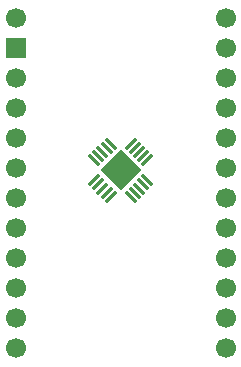
<source format=gts>
G04 #@! TF.GenerationSoftware,KiCad,Pcbnew,9.0.6*
G04 #@! TF.CreationDate,2026-01-02T14:07:14-06:00*
G04 #@! TF.ProjectId,QFN-20_4x4,51464e2d-3230-45f3-9478-342e6b696361,rev?*
G04 #@! TF.SameCoordinates,Original*
G04 #@! TF.FileFunction,Soldermask,Top*
G04 #@! TF.FilePolarity,Negative*
%FSLAX46Y46*%
G04 Gerber Fmt 4.6, Leading zero omitted, Abs format (unit mm)*
G04 Created by KiCad (PCBNEW 9.0.6) date 2026-01-02 14:07:14*
%MOMM*%
%LPD*%
G01*
G04 APERTURE LIST*
G04 Aperture macros list*
%AMRoundRect*
0 Rectangle with rounded corners*
0 $1 Rounding radius*
0 $2 $3 $4 $5 $6 $7 $8 $9 X,Y pos of 4 corners*
0 Add a 4 corners polygon primitive as box body*
4,1,4,$2,$3,$4,$5,$6,$7,$8,$9,$2,$3,0*
0 Add four circle primitives for the rounded corners*
1,1,$1+$1,$2,$3*
1,1,$1+$1,$4,$5*
1,1,$1+$1,$6,$7*
1,1,$1+$1,$8,$9*
0 Add four rect primitives between the rounded corners*
20,1,$1+$1,$2,$3,$4,$5,0*
20,1,$1+$1,$4,$5,$6,$7,0*
20,1,$1+$1,$6,$7,$8,$9,0*
20,1,$1+$1,$8,$9,$2,$3,0*%
%AMRotRect*
0 Rectangle, with rotation*
0 The origin of the aperture is its center*
0 $1 length*
0 $2 width*
0 $3 Rotation angle, in degrees counterclockwise*
0 Add horizontal line*
21,1,$1,$2,0,0,$3*%
G04 Aperture macros list end*
%ADD10RoundRect,0.062500X-0.437522X0.349134X0.349134X-0.437522X0.437522X-0.349134X-0.349134X0.437522X0*%
%ADD11RoundRect,0.062500X-0.437522X-0.349134X-0.349134X-0.437522X0.437522X0.349134X0.349134X0.437522X0*%
%ADD12RotRect,2.500000X2.500000X315.000000*%
%ADD13C,1.700000*%
%ADD14R,1.700000X1.700000*%
G04 APERTURE END LIST*
D10*
X137587482Y-117297039D03*
X137233929Y-117650592D03*
X136880376Y-118004146D03*
X136526822Y-118357699D03*
X136173269Y-118711252D03*
D11*
X136173269Y-120396288D03*
X136526822Y-120749841D03*
X136880376Y-121103394D03*
X137233929Y-121456948D03*
X137587482Y-121810501D03*
D10*
X139272518Y-121810501D03*
X139626071Y-121456948D03*
X139979624Y-121103394D03*
X140333178Y-120749841D03*
X140686731Y-120396288D03*
D11*
X140686731Y-118711252D03*
X140333178Y-118357699D03*
X139979624Y-118004146D03*
X139626071Y-117650592D03*
X139272518Y-117297039D03*
D12*
X138430000Y-119553770D03*
D13*
X129540000Y-106680000D03*
D14*
X129540000Y-109220000D03*
D13*
X129540000Y-111760000D03*
X129540000Y-114300000D03*
X129540000Y-116840000D03*
X129540000Y-119380000D03*
X129540000Y-121920000D03*
X129540000Y-124460000D03*
X129540000Y-127000000D03*
X129540000Y-129540000D03*
X129540000Y-132080000D03*
X129540000Y-134620000D03*
X147320000Y-106680000D03*
X147320000Y-109220000D03*
X147320000Y-111760000D03*
X147320000Y-114300000D03*
X147320000Y-116840000D03*
X147320000Y-119380000D03*
X147320000Y-121920000D03*
X147320000Y-124460000D03*
X147320000Y-127000000D03*
X147320000Y-129540000D03*
X147320000Y-132080000D03*
X147320000Y-134620000D03*
M02*

</source>
